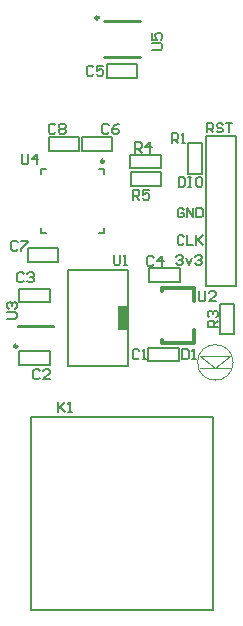
<source format=gto>
G04*
G04 #@! TF.GenerationSoftware,Altium Limited,CircuitStudio,1.5.2 (30)*
G04*
G04 Layer_Color=65535*
%FSLAX25Y25*%
%MOIN*%
G70*
G01*
G75*
%ADD27C,0.00787*%
%ADD28C,0.01181*%
%ADD34C,0.00984*%
%ADD35C,0.00400*%
%ADD36C,0.01000*%
%ADD37C,0.00591*%
%ADD38C,0.00500*%
%ADD39C,0.00709*%
%ADD40R,0.03800X0.08400*%
D27*
X339094Y191063D02*
X349095D01*
X339094D02*
Y241063D01*
X349095Y191063D02*
Y241063D01*
X339094D02*
X349095D01*
X276378Y177768D02*
X288189D01*
Y177350D02*
Y177768D01*
X276378Y177350D02*
X288189D01*
X276378D02*
Y177768D01*
X305118Y208661D02*
Y210335D01*
X303445Y208661D02*
X305118D01*
X283858D02*
Y210335D01*
Y208661D02*
X285531D01*
X283858Y228248D02*
Y229921D01*
X285531D01*
X305118Y228248D02*
Y229921D01*
X303445D02*
X305118D01*
D28*
X324410Y190157D02*
X335039D01*
Y185827D02*
Y190157D01*
X324410Y189370D02*
Y190157D01*
X335039Y172047D02*
Y176378D01*
X324410Y172047D02*
X335039D01*
X324410D02*
Y172835D01*
D34*
X276083Y170866D02*
G03*
X276083Y170866I-492J0D01*
G01*
X305020Y232480D02*
G03*
X305020Y232480I-492J0D01*
G01*
D35*
X348031Y165472D02*
G03*
X348031Y165472I-5906J0D01*
G01*
X337126Y167473D02*
X347126D01*
X337126D02*
X342126Y163472D01*
X337126D02*
X342126D01*
X347126Y167473D01*
X342126Y163472D02*
X347126D01*
D36*
X303231Y280413D02*
G03*
X303231Y280413I-574J0D01*
G01*
X305118Y267323D02*
X316929D01*
X305118Y279134D02*
X316929D01*
D37*
X280709Y147343D02*
X341339D01*
Y82874D02*
Y147343D01*
X280709Y82874D02*
X341339D01*
X280709D02*
Y147343D01*
D38*
X293130Y196339D02*
X313130D01*
X293130Y164339D02*
Y196339D01*
Y164339D02*
X313130D01*
Y196339D01*
X337733Y228420D02*
Y238521D01*
X333133Y228420D02*
Y238521D01*
Y228420D02*
X337733D01*
X333133Y238521D02*
X337733D01*
X319759Y165810D02*
X329859D01*
X319759Y170410D02*
X329859D01*
X319759Y165810D02*
Y170410D01*
X329859Y165810D02*
Y170410D01*
X276846Y185495D02*
X286946D01*
X276846Y190095D02*
X286946D01*
X276846Y185495D02*
Y190095D01*
X286946Y185495D02*
Y190095D01*
X276846Y164629D02*
X286946D01*
X276846Y169229D02*
X286946D01*
X276846Y164629D02*
Y169229D01*
X286946Y164629D02*
Y169229D01*
X320153Y192188D02*
X330253D01*
X320153Y196788D02*
X330253D01*
X320153Y192188D02*
Y196788D01*
X330253Y192188D02*
Y196788D01*
X343763Y174865D02*
Y184965D01*
X348363Y174865D02*
Y184965D01*
X343763D02*
X348363D01*
X343763Y174865D02*
X348363D01*
X313923Y229009D02*
X324023D01*
X313923Y224409D02*
X324023D01*
Y229009D01*
X313923Y224409D02*
Y229009D01*
X313792Y234758D02*
X323892D01*
X313792Y230158D02*
X323892D01*
Y234758D01*
X313792Y230158D02*
Y234758D01*
X305968Y264898D02*
X316068D01*
X305968Y260298D02*
X316068D01*
Y264898D01*
X305968Y260298D02*
Y264898D01*
X286688Y235889D02*
X296788D01*
X286688Y240489D02*
X296788D01*
X286688Y235889D02*
Y240489D01*
X296788Y235889D02*
Y240489D01*
X279602Y198881D02*
X289702D01*
X279602Y203481D02*
X289702D01*
X279602Y198881D02*
Y203481D01*
X289702Y198881D02*
Y203481D01*
X297700Y240489D02*
X307800D01*
X297700Y235889D02*
X307800D01*
Y240489D01*
X297700Y235889D02*
Y240489D01*
D39*
X339370Y242126D02*
Y245275D01*
X340944D01*
X341469Y244750D01*
Y243700D01*
X340944Y243176D01*
X339370D01*
X340420D02*
X341469Y242126D01*
X344618Y244750D02*
X344093Y245275D01*
X343043D01*
X342519Y244750D01*
Y244225D01*
X343043Y243700D01*
X344093D01*
X344618Y243176D01*
Y242651D01*
X344093Y242126D01*
X343043D01*
X342519Y242651D01*
X345667Y245275D02*
X347766D01*
X346717D01*
Y242126D01*
X329921Y227164D02*
Y224016D01*
X331496D01*
X332020Y224540D01*
Y226640D01*
X331496Y227164D01*
X329921D01*
X333070D02*
X334119D01*
X333595D01*
Y224016D01*
X333070D01*
X334119D01*
X337268Y227164D02*
X336218D01*
X335694Y226640D01*
Y224540D01*
X336218Y224016D01*
X337268D01*
X337793Y224540D01*
Y226640D01*
X337268Y227164D01*
X331627Y216403D02*
X331102Y216928D01*
X330052D01*
X329528Y216403D01*
Y214304D01*
X330052Y213779D01*
X331102D01*
X331627Y214304D01*
Y215354D01*
X330577D01*
X332676Y213779D02*
Y216928D01*
X334775Y213779D01*
Y216928D01*
X335825D02*
Y213779D01*
X337399D01*
X337924Y214304D01*
Y216403D01*
X337399Y216928D01*
X335825D01*
X331627Y207348D02*
X331102Y207873D01*
X330052D01*
X329528Y207348D01*
Y205249D01*
X330052Y204724D01*
X331102D01*
X331627Y205249D01*
X332676Y207873D02*
Y204724D01*
X334775D01*
X335825Y207873D02*
Y204724D01*
Y205774D01*
X337924Y207873D01*
X336350Y206299D01*
X337924Y204724D01*
X329134Y200655D02*
X329659Y201180D01*
X330708D01*
X331233Y200655D01*
Y200131D01*
X330708Y199606D01*
X330183D01*
X330708D01*
X331233Y199081D01*
Y198556D01*
X330708Y198031D01*
X329659D01*
X329134Y198556D01*
X332282Y200131D02*
X333332Y198031D01*
X334382Y200131D01*
X335431Y200655D02*
X335956Y201180D01*
X337005D01*
X337530Y200655D01*
Y200131D01*
X337005Y199606D01*
X336481D01*
X337005D01*
X337530Y199081D01*
Y198556D01*
X337005Y198031D01*
X335956D01*
X335431Y198556D01*
X308268Y201377D02*
Y198589D01*
X308825Y198031D01*
X309940D01*
X310498Y198589D01*
Y201377D01*
X311613Y198031D02*
X312728D01*
X312171D01*
Y201377D01*
X311613Y200819D01*
X289764Y152164D02*
Y148819D01*
Y149934D01*
X291994Y152164D01*
X290321Y150492D01*
X291994Y148819D01*
X293109D02*
X294224D01*
X293667D01*
Y152164D01*
X293109Y151607D01*
X336614Y189172D02*
Y186384D01*
X337172Y185827D01*
X338287D01*
X338844Y186384D01*
Y189172D01*
X342190Y185827D02*
X339960D01*
X342190Y188057D01*
Y188615D01*
X341632Y189172D01*
X340517D01*
X339960Y188615D01*
X272639Y179921D02*
X275427D01*
X275984Y180479D01*
Y181594D01*
X275427Y182151D01*
X272639D01*
X273196Y183267D02*
X272639Y183824D01*
Y184939D01*
X273196Y185497D01*
X273754D01*
X274312Y184939D01*
Y184382D01*
Y184939D01*
X274869Y185497D01*
X275427D01*
X275984Y184939D01*
Y183824D01*
X275427Y183267D01*
X327559Y238583D02*
Y241928D01*
X329232D01*
X329789Y241371D01*
Y240255D01*
X329232Y239698D01*
X327559D01*
X328674D02*
X329789Y238583D01*
X330904D02*
X332020D01*
X331462D01*
Y241928D01*
X330904Y241371D01*
X316797Y169323D02*
X316240Y169881D01*
X315125D01*
X314567Y169323D01*
Y167093D01*
X315125Y166535D01*
X316240D01*
X316797Y167093D01*
X317912Y166535D02*
X319027D01*
X318470D01*
Y169881D01*
X317912Y169323D01*
X278215Y194914D02*
X277657Y195471D01*
X276542D01*
X275984Y194914D01*
Y192683D01*
X276542Y192126D01*
X277657D01*
X278215Y192683D01*
X279330Y194914D02*
X279887Y195471D01*
X281002D01*
X281560Y194914D01*
Y194356D01*
X281002Y193799D01*
X280445D01*
X281002D01*
X281560Y193241D01*
Y192683D01*
X281002Y192126D01*
X279887D01*
X279330Y192683D01*
X283726Y162630D02*
X283169Y163188D01*
X282054D01*
X281496Y162630D01*
Y160400D01*
X282054Y159843D01*
X283169D01*
X283726Y160400D01*
X287072Y159843D02*
X284841D01*
X287072Y162073D01*
Y162630D01*
X286514Y163188D01*
X285399D01*
X284841Y162630D01*
X321522Y200426D02*
X320964Y200983D01*
X319849D01*
X319291Y200426D01*
Y198195D01*
X319849Y197638D01*
X320964D01*
X321522Y198195D01*
X324309Y197638D02*
Y200983D01*
X322637Y199311D01*
X324867D01*
X277559Y234841D02*
Y232054D01*
X278117Y231496D01*
X279232D01*
X279789Y232054D01*
Y234841D01*
X282577Y231496D02*
Y234841D01*
X280904Y233169D01*
X283135D01*
X331102Y169881D02*
Y166535D01*
X332775D01*
X333333Y167093D01*
Y169323D01*
X332775Y169881D01*
X331102D01*
X334448Y166535D02*
X335563D01*
X335005D01*
Y169881D01*
X334448Y169323D01*
X342913Y177165D02*
X339568D01*
Y178838D01*
X340126Y179396D01*
X341241D01*
X341798Y178838D01*
Y177165D01*
Y178280D02*
X342913Y179396D01*
X340126Y180511D02*
X339568Y181068D01*
Y182183D01*
X340126Y182741D01*
X340683D01*
X341241Y182183D01*
Y181626D01*
Y182183D01*
X341798Y182741D01*
X342356D01*
X342913Y182183D01*
Y181068D01*
X342356Y180511D01*
X314567Y219685D02*
Y223030D01*
X316240D01*
X316797Y222473D01*
Y221358D01*
X316240Y220800D01*
X314567D01*
X315682D02*
X316797Y219685D01*
X320143Y223030D02*
X317912D01*
Y221358D01*
X319027Y221915D01*
X319585D01*
X320143Y221358D01*
Y220243D01*
X319585Y219685D01*
X318470D01*
X317912Y220243D01*
X315354Y235433D02*
Y238778D01*
X317027D01*
X317585Y238221D01*
Y237106D01*
X317027Y236548D01*
X315354D01*
X316470D02*
X317585Y235433D01*
X320372D02*
Y238778D01*
X318700Y237106D01*
X320930D01*
X321064Y269685D02*
X323852D01*
X324410Y270243D01*
Y271358D01*
X323852Y271915D01*
X321064D01*
Y275261D02*
Y273030D01*
X322737D01*
X322179Y274146D01*
Y274703D01*
X322737Y275261D01*
X323852D01*
X324410Y274703D01*
Y273588D01*
X323852Y273030D01*
X301443Y263811D02*
X300885Y264369D01*
X299770D01*
X299213Y263811D01*
Y261581D01*
X299770Y261024D01*
X300885D01*
X301443Y261581D01*
X304788Y264369D02*
X302558D01*
Y262696D01*
X303673Y263254D01*
X304231D01*
X304788Y262696D01*
Y261581D01*
X304231Y261024D01*
X303116D01*
X302558Y261581D01*
X288844Y244520D02*
X288287Y245078D01*
X287172D01*
X286614Y244520D01*
Y242290D01*
X287172Y241732D01*
X288287D01*
X288844Y242290D01*
X289960Y244520D02*
X290517Y245078D01*
X291632D01*
X292190Y244520D01*
Y243963D01*
X291632Y243405D01*
X292190Y242847D01*
Y242290D01*
X291632Y241732D01*
X290517D01*
X289960Y242290D01*
Y242847D01*
X290517Y243405D01*
X289960Y243963D01*
Y244520D01*
X290517Y243405D02*
X291632D01*
X276246Y205544D02*
X275688Y206101D01*
X274573D01*
X274016Y205544D01*
Y203313D01*
X274573Y202756D01*
X275688D01*
X276246Y203313D01*
X277361Y206101D02*
X279591D01*
Y205544D01*
X277361Y203313D01*
Y202756D01*
X306561Y244520D02*
X306003Y245078D01*
X304888D01*
X304331Y244520D01*
Y242290D01*
X304888Y241732D01*
X306003D01*
X306561Y242290D01*
X309906Y245078D02*
X308791Y244520D01*
X307676Y243405D01*
Y242290D01*
X308234Y241732D01*
X309349D01*
X309906Y242290D01*
Y242847D01*
X309349Y243405D01*
X307676D01*
D40*
X311229Y180339D02*
D03*
M02*

</source>
